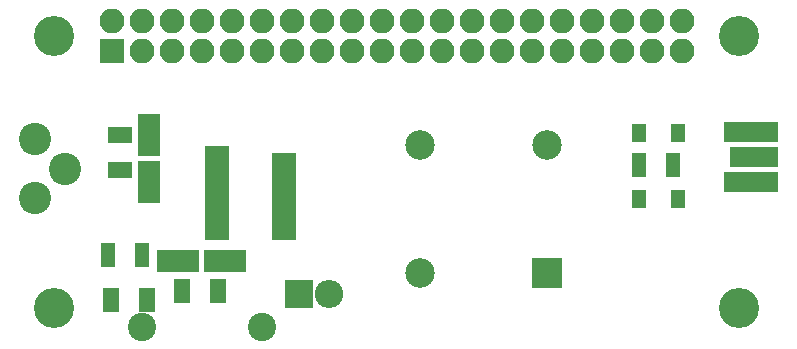
<source format=gbr>
G04 #@! TF.FileFunction,Soldermask,Top*
%FSLAX46Y46*%
G04 Gerber Fmt 4.6, Leading zero omitted, Abs format (unit mm)*
G04 Created by KiCad (PCBNEW 4.0.6-e0-6349~53~ubuntu16.04.1) date Mon Mar 20 22:19:24 2017*
%MOMM*%
%LPD*%
G01*
G04 APERTURE LIST*
%ADD10C,0.100000*%
%ADD11R,2.100000X2.100000*%
%ADD12O,2.100000X2.100000*%
%ADD13R,2.152600X0.908000*%
%ADD14R,1.900000X3.600000*%
%ADD15R,2.000000X1.400000*%
%ADD16R,1.400000X2.000000*%
%ADD17R,3.600000X1.900000*%
%ADD18R,1.300000X1.600000*%
%ADD19C,2.500000*%
%ADD20R,2.500000X2.500000*%
%ADD21C,2.398980*%
%ADD22O,2.398980X2.398980*%
%ADD23R,2.398980X2.398980*%
%ADD24R,1.300000X2.100000*%
%ADD25C,2.740000*%
%ADD26R,4.591000X1.670000*%
%ADD27R,4.083000X1.670000*%
%ADD28C,3.400000*%
G04 APERTURE END LIST*
D10*
D11*
X122618500Y-36068000D03*
D12*
X122618500Y-33528000D03*
X125158500Y-36068000D03*
X125158500Y-33528000D03*
X127698500Y-36068000D03*
X127698500Y-33528000D03*
X130238500Y-36068000D03*
X130238500Y-33528000D03*
X132778500Y-36068000D03*
X132778500Y-33528000D03*
X135318500Y-36068000D03*
X135318500Y-33528000D03*
X137858500Y-36068000D03*
X137858500Y-33528000D03*
X140398500Y-36068000D03*
X140398500Y-33528000D03*
X142938500Y-36068000D03*
X142938500Y-33528000D03*
X145478500Y-36068000D03*
X145478500Y-33528000D03*
X148018500Y-36068000D03*
X148018500Y-33528000D03*
X150558500Y-36068000D03*
X150558500Y-33528000D03*
X153098500Y-36068000D03*
X153098500Y-33528000D03*
X155638500Y-36068000D03*
X155638500Y-33528000D03*
X158178500Y-36068000D03*
X158178500Y-33528000D03*
X160718500Y-36068000D03*
X160718500Y-33528000D03*
X163258500Y-36068000D03*
X163258500Y-33528000D03*
X165798500Y-36068000D03*
X165798500Y-33528000D03*
X168338500Y-36068000D03*
X168338500Y-33528000D03*
X170878500Y-36068000D03*
X170878500Y-33528000D03*
D13*
X131521200Y-44558001D03*
X131521200Y-45208000D03*
X131521200Y-45857998D03*
X131521200Y-46507999D03*
X131521200Y-47157998D03*
X131521200Y-47807999D03*
X131521200Y-48457998D03*
X131521200Y-49107999D03*
X131521200Y-49757998D03*
X131521200Y-50407999D03*
X131521200Y-51057998D03*
X131521200Y-51707999D03*
X137210800Y-51707999D03*
X137210800Y-51058000D03*
X137210800Y-50407999D03*
X137210800Y-49758001D03*
X137210800Y-49107999D03*
X137210800Y-48458001D03*
X137210800Y-47808002D03*
X137210800Y-47158001D03*
X137210800Y-46508002D03*
X137210800Y-45858001D03*
X137210800Y-45208002D03*
D14*
X125793500Y-43212000D03*
X125793500Y-47212000D03*
D15*
X123317000Y-43204000D03*
X123317000Y-46204000D03*
D16*
X122579000Y-57150000D03*
X125579000Y-57150000D03*
X128611500Y-56451500D03*
X131611500Y-56451500D03*
D17*
X128238500Y-53848000D03*
X132238500Y-53848000D03*
D18*
X167260000Y-43053000D03*
X170560000Y-43053000D03*
X167260000Y-48641000D03*
X170560000Y-48641000D03*
D19*
X148717000Y-44069000D03*
X148717000Y-54869000D03*
D20*
X159517000Y-54869000D03*
D19*
X159517000Y-44069000D03*
D21*
X135366760Y-59436000D03*
X125206760Y-59436000D03*
D22*
X141033500Y-56642000D03*
D23*
X138493500Y-56642000D03*
D24*
X167269500Y-45783500D03*
X170169500Y-45783500D03*
X122311500Y-53340000D03*
X125211500Y-53340000D03*
D25*
X116141500Y-48561000D03*
X118641500Y-46061000D03*
X116141500Y-43561000D03*
D26*
X176720500Y-47231300D03*
X176720500Y-42938700D03*
D27*
X176974500Y-45085000D03*
D26*
X176720500Y-47231300D03*
X176720500Y-42938700D03*
D28*
X117729000Y-34798000D03*
X175768000Y-34798000D03*
X117729000Y-57848500D03*
X175768000Y-57848500D03*
M02*

</source>
